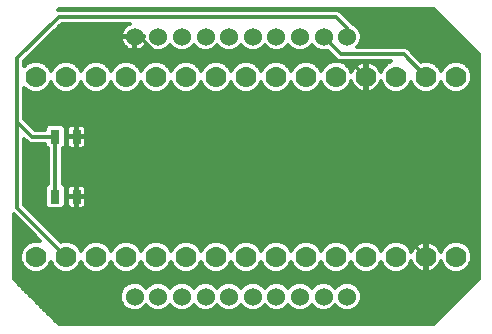
<source format=gtl>
G75*
%MOIN*%
%OFA0B0*%
%FSLAX25Y25*%
%IPPOS*%
%LPD*%
%AMOC8*
5,1,8,0,0,1.08239X$1,22.5*
%
%ADD10C,0.07000*%
%ADD11C,0.06000*%
%ADD12R,0.03150X0.04724*%
%ADD13C,0.01200*%
D10*
X0011500Y0026500D03*
X0021500Y0026500D03*
X0031500Y0026500D03*
X0041500Y0026500D03*
X0051500Y0026500D03*
X0061500Y0026500D03*
X0071500Y0026500D03*
X0081500Y0026500D03*
X0091500Y0026500D03*
X0101500Y0026500D03*
X0111500Y0026500D03*
X0121500Y0026500D03*
X0131500Y0026500D03*
X0141500Y0026500D03*
X0151500Y0026500D03*
X0151500Y0086500D03*
X0141500Y0086500D03*
X0131500Y0086500D03*
X0121500Y0086500D03*
X0111500Y0086500D03*
X0101500Y0086500D03*
X0091500Y0086500D03*
X0081500Y0086500D03*
X0071500Y0086500D03*
X0061500Y0086500D03*
X0051500Y0086500D03*
X0041500Y0086500D03*
X0031500Y0086500D03*
X0021500Y0086500D03*
X0011500Y0086500D03*
D11*
X0044374Y0099807D03*
X0052248Y0099807D03*
X0060122Y0099807D03*
X0067996Y0099807D03*
X0075870Y0099807D03*
X0083744Y0099807D03*
X0091618Y0099807D03*
X0099492Y0099807D03*
X0107366Y0099807D03*
X0115240Y0099807D03*
X0115240Y0013193D03*
X0107366Y0013193D03*
X0099492Y0013193D03*
X0091618Y0013193D03*
X0083744Y0013193D03*
X0075870Y0013193D03*
X0067996Y0013193D03*
X0060122Y0013193D03*
X0052248Y0013193D03*
X0044374Y0013193D03*
D12*
X0025043Y0046500D03*
X0017957Y0046500D03*
X0017957Y0066500D03*
X0025043Y0066500D03*
D13*
X0013110Y0009890D02*
X0040889Y0009890D01*
X0040305Y0010474D02*
X0041655Y0009124D01*
X0043419Y0008393D01*
X0045329Y0008393D01*
X0047093Y0009124D01*
X0048311Y0010342D01*
X0049529Y0009124D01*
X0051293Y0008393D01*
X0053203Y0008393D01*
X0054967Y0009124D01*
X0056185Y0010342D01*
X0057403Y0009124D01*
X0059167Y0008393D01*
X0061077Y0008393D01*
X0062841Y0009124D01*
X0064059Y0010342D01*
X0065277Y0009124D01*
X0067041Y0008393D01*
X0068951Y0008393D01*
X0070715Y0009124D01*
X0071933Y0010342D01*
X0073151Y0009124D01*
X0074915Y0008393D01*
X0076825Y0008393D01*
X0078589Y0009124D01*
X0079807Y0010342D01*
X0081025Y0009124D01*
X0082789Y0008393D01*
X0084699Y0008393D01*
X0086463Y0009124D01*
X0087681Y0010342D01*
X0088899Y0009124D01*
X0090663Y0008393D01*
X0092573Y0008393D01*
X0094337Y0009124D01*
X0095555Y0010342D01*
X0096773Y0009124D01*
X0098537Y0008393D01*
X0100447Y0008393D01*
X0102211Y0009124D01*
X0103429Y0010342D01*
X0104647Y0009124D01*
X0106411Y0008393D01*
X0108321Y0008393D01*
X0110085Y0009124D01*
X0111303Y0010342D01*
X0112521Y0009124D01*
X0114285Y0008393D01*
X0116195Y0008393D01*
X0117959Y0009124D01*
X0119309Y0010474D01*
X0120040Y0012238D01*
X0120040Y0014148D01*
X0119309Y0015912D01*
X0117959Y0017262D01*
X0116195Y0017993D01*
X0114285Y0017993D01*
X0112521Y0017262D01*
X0111303Y0016044D01*
X0110085Y0017262D01*
X0108321Y0017993D01*
X0106411Y0017993D01*
X0104647Y0017262D01*
X0103429Y0016044D01*
X0102211Y0017262D01*
X0100447Y0017993D01*
X0098537Y0017993D01*
X0096773Y0017262D01*
X0095555Y0016044D01*
X0094337Y0017262D01*
X0092573Y0017993D01*
X0090663Y0017993D01*
X0088899Y0017262D01*
X0087681Y0016044D01*
X0086463Y0017262D01*
X0084699Y0017993D01*
X0082789Y0017993D01*
X0081025Y0017262D01*
X0079807Y0016044D01*
X0078589Y0017262D01*
X0076825Y0017993D01*
X0074915Y0017993D01*
X0073151Y0017262D01*
X0071933Y0016044D01*
X0070715Y0017262D01*
X0068951Y0017993D01*
X0067041Y0017993D01*
X0065277Y0017262D01*
X0064059Y0016044D01*
X0062841Y0017262D01*
X0061077Y0017993D01*
X0059167Y0017993D01*
X0057403Y0017262D01*
X0056185Y0016044D01*
X0054967Y0017262D01*
X0053203Y0017993D01*
X0051293Y0017993D01*
X0049529Y0017262D01*
X0048311Y0016044D01*
X0047093Y0017262D01*
X0045329Y0017993D01*
X0043419Y0017993D01*
X0041655Y0017262D01*
X0040305Y0015912D01*
X0039574Y0014148D01*
X0039574Y0012238D01*
X0040305Y0010474D01*
X0040050Y0011088D02*
X0011912Y0011088D01*
X0010713Y0012287D02*
X0039574Y0012287D01*
X0039574Y0013485D02*
X0009515Y0013485D01*
X0008316Y0014684D02*
X0039796Y0014684D01*
X0040292Y0015882D02*
X0007118Y0015882D01*
X0005919Y0017081D02*
X0041474Y0017081D01*
X0040446Y0021200D02*
X0042554Y0021200D01*
X0044502Y0022007D01*
X0045993Y0023498D01*
X0046500Y0024722D01*
X0047007Y0023498D01*
X0048498Y0022007D01*
X0050446Y0021200D01*
X0052554Y0021200D01*
X0054502Y0022007D01*
X0055993Y0023498D01*
X0056500Y0024722D01*
X0057007Y0023498D01*
X0058498Y0022007D01*
X0060446Y0021200D01*
X0062554Y0021200D01*
X0064502Y0022007D01*
X0065993Y0023498D01*
X0066500Y0024722D01*
X0067007Y0023498D01*
X0068498Y0022007D01*
X0070446Y0021200D01*
X0072554Y0021200D01*
X0074502Y0022007D01*
X0075993Y0023498D01*
X0076500Y0024722D01*
X0077007Y0023498D01*
X0078498Y0022007D01*
X0080446Y0021200D01*
X0082554Y0021200D01*
X0084502Y0022007D01*
X0085993Y0023498D01*
X0086500Y0024722D01*
X0087007Y0023498D01*
X0088498Y0022007D01*
X0090446Y0021200D01*
X0092554Y0021200D01*
X0094502Y0022007D01*
X0095993Y0023498D01*
X0096500Y0024722D01*
X0097007Y0023498D01*
X0098498Y0022007D01*
X0100446Y0021200D01*
X0102554Y0021200D01*
X0104502Y0022007D01*
X0105993Y0023498D01*
X0106500Y0024722D01*
X0107007Y0023498D01*
X0108498Y0022007D01*
X0110446Y0021200D01*
X0112554Y0021200D01*
X0114502Y0022007D01*
X0115993Y0023498D01*
X0116500Y0024722D01*
X0117007Y0023498D01*
X0118498Y0022007D01*
X0120446Y0021200D01*
X0122554Y0021200D01*
X0124502Y0022007D01*
X0125993Y0023498D01*
X0126500Y0024722D01*
X0127007Y0023498D01*
X0128498Y0022007D01*
X0130446Y0021200D01*
X0132554Y0021200D01*
X0134502Y0022007D01*
X0135993Y0023498D01*
X0136621Y0025013D01*
X0136774Y0024542D01*
X0137138Y0023827D01*
X0137610Y0023178D01*
X0138178Y0022610D01*
X0138827Y0022138D01*
X0139542Y0021774D01*
X0140306Y0021526D01*
X0141099Y0021400D01*
X0141116Y0021400D01*
X0141116Y0026116D01*
X0141884Y0026116D01*
X0141884Y0021400D01*
X0141901Y0021400D01*
X0142694Y0021526D01*
X0143458Y0021774D01*
X0144173Y0022138D01*
X0144822Y0022610D01*
X0145390Y0023178D01*
X0145862Y0023827D01*
X0146226Y0024542D01*
X0146379Y0025013D01*
X0147007Y0023498D01*
X0148498Y0022007D01*
X0150446Y0021200D01*
X0152554Y0021200D01*
X0154502Y0022007D01*
X0155993Y0023498D01*
X0156800Y0025446D01*
X0156800Y0027554D01*
X0155993Y0029502D01*
X0154502Y0030993D01*
X0152554Y0031800D01*
X0150446Y0031800D01*
X0148498Y0030993D01*
X0147007Y0029502D01*
X0146379Y0027987D01*
X0146226Y0028458D01*
X0145862Y0029173D01*
X0145390Y0029822D01*
X0144822Y0030390D01*
X0144173Y0030862D01*
X0143458Y0031226D01*
X0142694Y0031474D01*
X0141901Y0031600D01*
X0141884Y0031600D01*
X0141884Y0026884D01*
X0141116Y0026884D01*
X0141116Y0031600D01*
X0141099Y0031600D01*
X0140306Y0031474D01*
X0139542Y0031226D01*
X0138827Y0030862D01*
X0138178Y0030390D01*
X0137610Y0029822D01*
X0137138Y0029173D01*
X0136774Y0028458D01*
X0136621Y0027987D01*
X0135993Y0029502D01*
X0134502Y0030993D01*
X0132554Y0031800D01*
X0130446Y0031800D01*
X0128498Y0030993D01*
X0127007Y0029502D01*
X0126500Y0028278D01*
X0125993Y0029502D01*
X0124502Y0030993D01*
X0122554Y0031800D01*
X0120446Y0031800D01*
X0118498Y0030993D01*
X0117007Y0029502D01*
X0116500Y0028278D01*
X0115993Y0029502D01*
X0114502Y0030993D01*
X0112554Y0031800D01*
X0110446Y0031800D01*
X0108498Y0030993D01*
X0107007Y0029502D01*
X0106500Y0028278D01*
X0105993Y0029502D01*
X0104502Y0030993D01*
X0102554Y0031800D01*
X0100446Y0031800D01*
X0098498Y0030993D01*
X0097007Y0029502D01*
X0096500Y0028278D01*
X0095993Y0029502D01*
X0094502Y0030993D01*
X0092554Y0031800D01*
X0090446Y0031800D01*
X0088498Y0030993D01*
X0087007Y0029502D01*
X0086500Y0028278D01*
X0085993Y0029502D01*
X0084502Y0030993D01*
X0082554Y0031800D01*
X0080446Y0031800D01*
X0078498Y0030993D01*
X0077007Y0029502D01*
X0076500Y0028278D01*
X0075993Y0029502D01*
X0074502Y0030993D01*
X0072554Y0031800D01*
X0070446Y0031800D01*
X0068498Y0030993D01*
X0067007Y0029502D01*
X0066500Y0028278D01*
X0065993Y0029502D01*
X0064502Y0030993D01*
X0062554Y0031800D01*
X0060446Y0031800D01*
X0058498Y0030993D01*
X0057007Y0029502D01*
X0056500Y0028278D01*
X0055993Y0029502D01*
X0054502Y0030993D01*
X0052554Y0031800D01*
X0050446Y0031800D01*
X0048498Y0030993D01*
X0047007Y0029502D01*
X0046500Y0028278D01*
X0045993Y0029502D01*
X0044502Y0030993D01*
X0042554Y0031800D01*
X0040446Y0031800D01*
X0038498Y0030993D01*
X0037007Y0029502D01*
X0036500Y0028278D01*
X0035993Y0029502D01*
X0034502Y0030993D01*
X0032554Y0031800D01*
X0030446Y0031800D01*
X0028498Y0030993D01*
X0027007Y0029502D01*
X0026500Y0028278D01*
X0025993Y0029502D01*
X0024502Y0030993D01*
X0022554Y0031800D01*
X0020446Y0031800D01*
X0019844Y0031551D01*
X0007650Y0043744D01*
X0007650Y0065706D01*
X0008891Y0064465D01*
X0009773Y0064100D01*
X0014582Y0064100D01*
X0014582Y0063392D01*
X0015557Y0062417D01*
X0015557Y0050583D01*
X0014582Y0049608D01*
X0014582Y0043392D01*
X0015636Y0042338D01*
X0020277Y0042338D01*
X0021331Y0043392D01*
X0021331Y0049608D01*
X0020357Y0050583D01*
X0020357Y0062417D01*
X0021331Y0063392D01*
X0021331Y0069608D01*
X0020277Y0070662D01*
X0015636Y0070662D01*
X0014582Y0069608D01*
X0014582Y0068900D01*
X0011244Y0068900D01*
X0007650Y0072494D01*
X0007650Y0082855D01*
X0008498Y0082007D01*
X0010446Y0081200D01*
X0012554Y0081200D01*
X0014502Y0082007D01*
X0015993Y0083498D01*
X0016500Y0084722D01*
X0017007Y0083498D01*
X0018498Y0082007D01*
X0020446Y0081200D01*
X0022554Y0081200D01*
X0024502Y0082007D01*
X0025993Y0083498D01*
X0026500Y0084722D01*
X0027007Y0083498D01*
X0028498Y0082007D01*
X0030446Y0081200D01*
X0032554Y0081200D01*
X0034502Y0082007D01*
X0035993Y0083498D01*
X0036500Y0084722D01*
X0037007Y0083498D01*
X0038498Y0082007D01*
X0040446Y0081200D01*
X0042554Y0081200D01*
X0044502Y0082007D01*
X0045993Y0083498D01*
X0046500Y0084722D01*
X0047007Y0083498D01*
X0048498Y0082007D01*
X0050446Y0081200D01*
X0052554Y0081200D01*
X0054502Y0082007D01*
X0055993Y0083498D01*
X0056500Y0084722D01*
X0057007Y0083498D01*
X0058498Y0082007D01*
X0060446Y0081200D01*
X0062554Y0081200D01*
X0064502Y0082007D01*
X0065993Y0083498D01*
X0066500Y0084722D01*
X0067007Y0083498D01*
X0068498Y0082007D01*
X0070446Y0081200D01*
X0072554Y0081200D01*
X0074502Y0082007D01*
X0075993Y0083498D01*
X0076500Y0084722D01*
X0077007Y0083498D01*
X0078498Y0082007D01*
X0080446Y0081200D01*
X0082554Y0081200D01*
X0084502Y0082007D01*
X0085993Y0083498D01*
X0086500Y0084722D01*
X0087007Y0083498D01*
X0088498Y0082007D01*
X0090446Y0081200D01*
X0092554Y0081200D01*
X0094502Y0082007D01*
X0095993Y0083498D01*
X0096500Y0084722D01*
X0097007Y0083498D01*
X0098498Y0082007D01*
X0100446Y0081200D01*
X0102554Y0081200D01*
X0104502Y0082007D01*
X0105993Y0083498D01*
X0106500Y0084722D01*
X0107007Y0083498D01*
X0108498Y0082007D01*
X0110446Y0081200D01*
X0112554Y0081200D01*
X0114502Y0082007D01*
X0115993Y0083498D01*
X0116621Y0085013D01*
X0116774Y0084542D01*
X0117138Y0083827D01*
X0117610Y0083178D01*
X0118178Y0082610D01*
X0118827Y0082138D01*
X0119542Y0081774D01*
X0120306Y0081526D01*
X0121099Y0081400D01*
X0121116Y0081400D01*
X0121116Y0086116D01*
X0121884Y0086116D01*
X0121884Y0081400D01*
X0121901Y0081400D01*
X0122694Y0081526D01*
X0123458Y0081774D01*
X0124173Y0082138D01*
X0124822Y0082610D01*
X0125390Y0083178D01*
X0125862Y0083827D01*
X0126226Y0084542D01*
X0126379Y0085013D01*
X0127007Y0083498D01*
X0128498Y0082007D01*
X0130446Y0081200D01*
X0132554Y0081200D01*
X0134502Y0082007D01*
X0135993Y0083498D01*
X0136500Y0084722D01*
X0137007Y0083498D01*
X0138498Y0082007D01*
X0140446Y0081200D01*
X0142554Y0081200D01*
X0144502Y0082007D01*
X0145993Y0083498D01*
X0146500Y0084722D01*
X0147007Y0083498D01*
X0148498Y0082007D01*
X0150446Y0081200D01*
X0152554Y0081200D01*
X0154502Y0082007D01*
X0155993Y0083498D01*
X0156800Y0085446D01*
X0156800Y0087554D01*
X0155993Y0089502D01*
X0154502Y0090993D01*
X0152554Y0091800D01*
X0150446Y0091800D01*
X0148498Y0090993D01*
X0147007Y0089502D01*
X0146500Y0088278D01*
X0145993Y0089502D01*
X0144502Y0090993D01*
X0142554Y0091800D01*
X0140446Y0091800D01*
X0139844Y0091551D01*
X0136035Y0095359D01*
X0135359Y0096035D01*
X0134477Y0096400D01*
X0118621Y0096400D01*
X0119309Y0097088D01*
X0120040Y0098852D01*
X0120040Y0100762D01*
X0119309Y0102526D01*
X0117959Y0103876D01*
X0117206Y0104188D01*
X0113535Y0107859D01*
X0112859Y0108535D01*
X0111977Y0108900D01*
X0018900Y0108900D01*
X0019000Y0109000D01*
X0144000Y0109000D01*
X0159000Y0094000D01*
X0159000Y0019000D01*
X0144000Y0004000D01*
X0019000Y0004000D01*
X0004000Y0019000D01*
X0004000Y0040606D01*
X0012984Y0031622D01*
X0012554Y0031800D01*
X0010446Y0031800D01*
X0008498Y0030993D01*
X0007007Y0029502D01*
X0006200Y0027554D01*
X0006200Y0025446D01*
X0007007Y0023498D01*
X0008498Y0022007D01*
X0010446Y0021200D01*
X0012554Y0021200D01*
X0014502Y0022007D01*
X0015993Y0023498D01*
X0016500Y0024722D01*
X0017007Y0023498D01*
X0018498Y0022007D01*
X0020446Y0021200D01*
X0022554Y0021200D01*
X0024502Y0022007D01*
X0025993Y0023498D01*
X0026500Y0024722D01*
X0027007Y0023498D01*
X0028498Y0022007D01*
X0030446Y0021200D01*
X0032554Y0021200D01*
X0034502Y0022007D01*
X0035993Y0023498D01*
X0036500Y0024722D01*
X0037007Y0023498D01*
X0038498Y0022007D01*
X0040446Y0021200D01*
X0038817Y0021875D02*
X0034183Y0021875D01*
X0035569Y0023073D02*
X0037431Y0023073D01*
X0036686Y0024272D02*
X0036314Y0024272D01*
X0036174Y0029066D02*
X0036826Y0029066D01*
X0037769Y0030264D02*
X0035231Y0030264D01*
X0033368Y0031463D02*
X0039632Y0031463D01*
X0043368Y0031463D02*
X0049632Y0031463D01*
X0047769Y0030264D02*
X0045231Y0030264D01*
X0046174Y0029066D02*
X0046826Y0029066D01*
X0046686Y0024272D02*
X0046314Y0024272D01*
X0045569Y0023073D02*
X0047431Y0023073D01*
X0048817Y0021875D02*
X0044183Y0021875D01*
X0047274Y0017081D02*
X0049348Y0017081D01*
X0055148Y0017081D02*
X0057222Y0017081D01*
X0063023Y0017081D02*
X0065096Y0017081D01*
X0064183Y0021875D02*
X0068817Y0021875D01*
X0067431Y0023073D02*
X0065569Y0023073D01*
X0066314Y0024272D02*
X0066686Y0024272D01*
X0066826Y0029066D02*
X0066174Y0029066D01*
X0065231Y0030264D02*
X0067769Y0030264D01*
X0069632Y0031463D02*
X0063368Y0031463D01*
X0059632Y0031463D02*
X0053368Y0031463D01*
X0055231Y0030264D02*
X0057769Y0030264D01*
X0056826Y0029066D02*
X0056174Y0029066D01*
X0056314Y0024272D02*
X0056686Y0024272D01*
X0057431Y0023073D02*
X0055569Y0023073D01*
X0054183Y0021875D02*
X0058817Y0021875D01*
X0070897Y0017081D02*
X0072970Y0017081D01*
X0074183Y0021875D02*
X0078817Y0021875D01*
X0077431Y0023073D02*
X0075569Y0023073D01*
X0076314Y0024272D02*
X0076686Y0024272D01*
X0076826Y0029066D02*
X0076174Y0029066D01*
X0075231Y0030264D02*
X0077769Y0030264D01*
X0079632Y0031463D02*
X0073368Y0031463D01*
X0083368Y0031463D02*
X0089632Y0031463D01*
X0087769Y0030264D02*
X0085231Y0030264D01*
X0086174Y0029066D02*
X0086826Y0029066D01*
X0086686Y0024272D02*
X0086314Y0024272D01*
X0085569Y0023073D02*
X0087431Y0023073D01*
X0088817Y0021875D02*
X0084183Y0021875D01*
X0086645Y0017081D02*
X0088718Y0017081D01*
X0094519Y0017081D02*
X0096592Y0017081D01*
X0102393Y0017081D02*
X0104466Y0017081D01*
X0110267Y0017081D02*
X0112340Y0017081D01*
X0114183Y0021875D02*
X0118817Y0021875D01*
X0117431Y0023073D02*
X0115569Y0023073D01*
X0116314Y0024272D02*
X0116686Y0024272D01*
X0116826Y0029066D02*
X0116174Y0029066D01*
X0115231Y0030264D02*
X0117769Y0030264D01*
X0119632Y0031463D02*
X0113368Y0031463D01*
X0109632Y0031463D02*
X0103368Y0031463D01*
X0105231Y0030264D02*
X0107769Y0030264D01*
X0106826Y0029066D02*
X0106174Y0029066D01*
X0106314Y0024272D02*
X0106686Y0024272D01*
X0107431Y0023073D02*
X0105569Y0023073D01*
X0104183Y0021875D02*
X0108817Y0021875D01*
X0098817Y0021875D02*
X0094183Y0021875D01*
X0095569Y0023073D02*
X0097431Y0023073D01*
X0096686Y0024272D02*
X0096314Y0024272D01*
X0096174Y0029066D02*
X0096826Y0029066D01*
X0097769Y0030264D02*
X0095231Y0030264D01*
X0093368Y0031463D02*
X0099632Y0031463D01*
X0118141Y0017081D02*
X0157081Y0017081D01*
X0158279Y0018279D02*
X0004721Y0018279D01*
X0004000Y0019478D02*
X0159000Y0019478D01*
X0159000Y0020676D02*
X0004000Y0020676D01*
X0004000Y0021875D02*
X0008817Y0021875D01*
X0007431Y0023073D02*
X0004000Y0023073D01*
X0004000Y0024272D02*
X0006686Y0024272D01*
X0006200Y0025470D02*
X0004000Y0025470D01*
X0004000Y0026669D02*
X0006200Y0026669D01*
X0006330Y0027867D02*
X0004000Y0027867D01*
X0004000Y0029066D02*
X0006826Y0029066D01*
X0007769Y0030264D02*
X0004000Y0030264D01*
X0004000Y0031463D02*
X0009632Y0031463D01*
X0011945Y0032661D02*
X0004000Y0032661D01*
X0004000Y0033860D02*
X0010746Y0033860D01*
X0009548Y0035058D02*
X0004000Y0035058D01*
X0004000Y0036257D02*
X0008349Y0036257D01*
X0007151Y0037455D02*
X0004000Y0037455D01*
X0004000Y0038654D02*
X0005952Y0038654D01*
X0004754Y0039852D02*
X0004000Y0039852D01*
X0005250Y0042750D02*
X0021500Y0026500D01*
X0025231Y0030264D02*
X0027769Y0030264D01*
X0026826Y0029066D02*
X0026174Y0029066D01*
X0023368Y0031463D02*
X0029632Y0031463D01*
X0026686Y0024272D02*
X0026314Y0024272D01*
X0025569Y0023073D02*
X0027431Y0023073D01*
X0028817Y0021875D02*
X0024183Y0021875D01*
X0018817Y0021875D02*
X0014183Y0021875D01*
X0015569Y0023073D02*
X0017431Y0023073D01*
X0016686Y0024272D02*
X0016314Y0024272D01*
X0018733Y0032661D02*
X0159000Y0032661D01*
X0159000Y0031463D02*
X0153368Y0031463D01*
X0155231Y0030264D02*
X0159000Y0030264D01*
X0159000Y0029066D02*
X0156174Y0029066D01*
X0156670Y0027867D02*
X0159000Y0027867D01*
X0159000Y0026669D02*
X0156800Y0026669D01*
X0156800Y0025470D02*
X0159000Y0025470D01*
X0159000Y0024272D02*
X0156314Y0024272D01*
X0155569Y0023073D02*
X0159000Y0023073D01*
X0159000Y0021875D02*
X0154183Y0021875D01*
X0148817Y0021875D02*
X0143656Y0021875D01*
X0141884Y0021875D02*
X0141116Y0021875D01*
X0141116Y0023073D02*
X0141884Y0023073D01*
X0141884Y0024272D02*
X0141116Y0024272D01*
X0141116Y0025470D02*
X0141884Y0025470D01*
X0141500Y0026500D02*
X0121500Y0046500D01*
X0121500Y0071500D01*
X0116500Y0066500D01*
X0025043Y0066500D01*
X0025043Y0046500D01*
X0024856Y0046687D02*
X0024856Y0046313D01*
X0021869Y0046313D01*
X0021869Y0043927D01*
X0021978Y0043520D01*
X0022188Y0043155D01*
X0022486Y0042857D01*
X0022851Y0042647D01*
X0023258Y0042538D01*
X0024856Y0042538D01*
X0024856Y0046313D01*
X0025231Y0046313D01*
X0025231Y0046687D01*
X0028218Y0046687D01*
X0028218Y0049073D01*
X0028109Y0049480D01*
X0027898Y0049845D01*
X0027601Y0050143D01*
X0027236Y0050353D01*
X0026829Y0050462D01*
X0025231Y0050462D01*
X0025231Y0046687D01*
X0024856Y0046687D01*
X0021868Y0046687D01*
X0021869Y0049073D01*
X0021978Y0049480D01*
X0022188Y0049845D01*
X0022486Y0050143D01*
X0022851Y0050353D01*
X0023258Y0050462D01*
X0024856Y0050462D01*
X0024856Y0046687D01*
X0024856Y0047043D02*
X0025231Y0047043D01*
X0025231Y0046313D02*
X0028218Y0046313D01*
X0028218Y0043927D01*
X0028109Y0043520D01*
X0027898Y0043155D01*
X0027601Y0042857D01*
X0027236Y0042647D01*
X0026829Y0042538D01*
X0025231Y0042538D01*
X0025231Y0046313D01*
X0025231Y0045845D02*
X0024856Y0045845D01*
X0024856Y0044646D02*
X0025231Y0044646D01*
X0025231Y0043448D02*
X0024856Y0043448D01*
X0022019Y0043448D02*
X0021331Y0043448D01*
X0021331Y0044646D02*
X0021869Y0044646D01*
X0021869Y0045845D02*
X0021331Y0045845D01*
X0021331Y0047043D02*
X0021869Y0047043D01*
X0021869Y0048242D02*
X0021331Y0048242D01*
X0021331Y0049440D02*
X0021967Y0049440D01*
X0020357Y0050639D02*
X0159000Y0050639D01*
X0159000Y0051837D02*
X0020357Y0051837D01*
X0020357Y0053036D02*
X0159000Y0053036D01*
X0159000Y0054234D02*
X0020357Y0054234D01*
X0020357Y0055433D02*
X0159000Y0055433D01*
X0159000Y0056632D02*
X0020357Y0056632D01*
X0020357Y0057830D02*
X0159000Y0057830D01*
X0159000Y0059029D02*
X0020357Y0059029D01*
X0020357Y0060227D02*
X0159000Y0060227D01*
X0159000Y0061426D02*
X0020357Y0061426D01*
X0020563Y0062624D02*
X0022936Y0062624D01*
X0022851Y0062647D02*
X0023258Y0062538D01*
X0024856Y0062538D01*
X0024856Y0066313D01*
X0021869Y0066313D01*
X0021869Y0063927D01*
X0021978Y0063520D01*
X0022188Y0063155D01*
X0022486Y0062857D01*
X0022851Y0062647D01*
X0021897Y0063823D02*
X0021331Y0063823D01*
X0021331Y0065021D02*
X0021869Y0065021D01*
X0021869Y0066220D02*
X0021331Y0066220D01*
X0021868Y0066687D02*
X0024856Y0066687D01*
X0024856Y0066313D01*
X0025231Y0066313D01*
X0025231Y0066687D01*
X0028218Y0066687D01*
X0028218Y0069073D01*
X0028109Y0069480D01*
X0027898Y0069845D01*
X0027601Y0070143D01*
X0027236Y0070353D01*
X0026829Y0070462D01*
X0025231Y0070462D01*
X0025231Y0066687D01*
X0024856Y0066687D01*
X0024856Y0070462D01*
X0023258Y0070462D01*
X0022851Y0070353D01*
X0022486Y0070143D01*
X0022188Y0069845D01*
X0021978Y0069480D01*
X0021869Y0069073D01*
X0021868Y0066687D01*
X0021869Y0067418D02*
X0021331Y0067418D01*
X0021331Y0068617D02*
X0021869Y0068617D01*
X0022171Y0069815D02*
X0021124Y0069815D01*
X0024856Y0069815D02*
X0025231Y0069815D01*
X0025231Y0068617D02*
X0024856Y0068617D01*
X0024856Y0067418D02*
X0025231Y0067418D01*
X0025231Y0066313D02*
X0028218Y0066313D01*
X0028218Y0063927D01*
X0028109Y0063520D01*
X0027898Y0063155D01*
X0027601Y0062857D01*
X0027236Y0062647D01*
X0026829Y0062538D01*
X0025231Y0062538D01*
X0025231Y0066313D01*
X0025231Y0066220D02*
X0024856Y0066220D01*
X0024856Y0065021D02*
X0025231Y0065021D01*
X0025231Y0063823D02*
X0024856Y0063823D01*
X0024856Y0062624D02*
X0025231Y0062624D01*
X0027151Y0062624D02*
X0159000Y0062624D01*
X0159000Y0063823D02*
X0028190Y0063823D01*
X0028218Y0065021D02*
X0159000Y0065021D01*
X0159000Y0066220D02*
X0028218Y0066220D01*
X0028218Y0067418D02*
X0159000Y0067418D01*
X0159000Y0068617D02*
X0028218Y0068617D01*
X0027915Y0069815D02*
X0159000Y0069815D01*
X0159000Y0071014D02*
X0009130Y0071014D01*
X0007932Y0072212D02*
X0159000Y0072212D01*
X0159000Y0073411D02*
X0007650Y0073411D01*
X0005250Y0071500D02*
X0010250Y0066500D01*
X0017957Y0066500D01*
X0017957Y0046500D01*
X0014582Y0047043D02*
X0007650Y0047043D01*
X0007650Y0045845D02*
X0014582Y0045845D01*
X0014582Y0044646D02*
X0007650Y0044646D01*
X0007946Y0043448D02*
X0014582Y0043448D01*
X0010343Y0041051D02*
X0159000Y0041051D01*
X0159000Y0042249D02*
X0009145Y0042249D01*
X0011542Y0039852D02*
X0159000Y0039852D01*
X0159000Y0038654D02*
X0012740Y0038654D01*
X0013939Y0037455D02*
X0159000Y0037455D01*
X0159000Y0036257D02*
X0015137Y0036257D01*
X0016336Y0035058D02*
X0159000Y0035058D01*
X0159000Y0033860D02*
X0017534Y0033860D01*
X0005250Y0042750D02*
X0005250Y0071500D01*
X0005250Y0092750D01*
X0019000Y0106500D01*
X0111500Y0106500D01*
X0115240Y0102760D01*
X0115240Y0099807D01*
X0120040Y0099778D02*
X0153222Y0099778D01*
X0152024Y0100976D02*
X0119951Y0100976D01*
X0119455Y0102175D02*
X0150825Y0102175D01*
X0149627Y0103373D02*
X0118462Y0103373D01*
X0116822Y0104572D02*
X0148428Y0104572D01*
X0147230Y0105770D02*
X0115624Y0105770D01*
X0114425Y0106969D02*
X0146031Y0106969D01*
X0144832Y0108168D02*
X0113227Y0108168D01*
X0107366Y0099807D02*
X0113173Y0094000D01*
X0134000Y0094000D01*
X0141500Y0086500D01*
X0145305Y0090190D02*
X0147695Y0090190D01*
X0146795Y0088991D02*
X0146205Y0088991D01*
X0143548Y0091388D02*
X0149452Y0091388D01*
X0153548Y0091388D02*
X0159000Y0091388D01*
X0159000Y0090190D02*
X0155305Y0090190D01*
X0156205Y0088991D02*
X0159000Y0088991D01*
X0159000Y0087793D02*
X0156701Y0087793D01*
X0156800Y0086594D02*
X0159000Y0086594D01*
X0159000Y0085396D02*
X0156779Y0085396D01*
X0156283Y0084197D02*
X0159000Y0084197D01*
X0159000Y0082999D02*
X0155494Y0082999D01*
X0154003Y0081800D02*
X0159000Y0081800D01*
X0159000Y0080602D02*
X0007650Y0080602D01*
X0007650Y0081800D02*
X0008997Y0081800D01*
X0007650Y0079403D02*
X0159000Y0079403D01*
X0159000Y0078205D02*
X0007650Y0078205D01*
X0007650Y0077006D02*
X0159000Y0077006D01*
X0159000Y0075808D02*
X0007650Y0075808D01*
X0007650Y0074609D02*
X0159000Y0074609D01*
X0148997Y0081800D02*
X0144003Y0081800D01*
X0145494Y0082999D02*
X0147506Y0082999D01*
X0146717Y0084197D02*
X0146283Y0084197D01*
X0138997Y0081800D02*
X0134003Y0081800D01*
X0135494Y0082999D02*
X0137506Y0082999D01*
X0136717Y0084197D02*
X0136283Y0084197D01*
X0128997Y0081800D02*
X0123510Y0081800D01*
X0121884Y0081800D02*
X0121116Y0081800D01*
X0121116Y0082999D02*
X0121884Y0082999D01*
X0121884Y0084197D02*
X0121116Y0084197D01*
X0121116Y0085396D02*
X0121884Y0085396D01*
X0121500Y0086500D02*
X0121500Y0071500D01*
X0119490Y0081800D02*
X0114003Y0081800D01*
X0115494Y0082999D02*
X0117789Y0082999D01*
X0116949Y0084197D02*
X0116283Y0084197D01*
X0116621Y0087987D02*
X0115993Y0089502D01*
X0114502Y0090993D01*
X0113037Y0091600D01*
X0129963Y0091600D01*
X0128498Y0090993D01*
X0127007Y0089502D01*
X0126379Y0087987D01*
X0126226Y0088458D01*
X0125862Y0089173D01*
X0125390Y0089822D01*
X0124822Y0090390D01*
X0124173Y0090862D01*
X0123458Y0091226D01*
X0122694Y0091474D01*
X0121901Y0091600D01*
X0121884Y0091600D01*
X0121884Y0086884D01*
X0121116Y0086884D01*
X0121116Y0091600D01*
X0121099Y0091600D01*
X0120306Y0091474D01*
X0119542Y0091226D01*
X0118827Y0090862D01*
X0118178Y0090390D01*
X0117610Y0089822D01*
X0117138Y0089173D01*
X0116774Y0088458D01*
X0116621Y0087987D01*
X0116205Y0088991D02*
X0117046Y0088991D01*
X0117977Y0090190D02*
X0115305Y0090190D01*
X0113548Y0091388D02*
X0120041Y0091388D01*
X0121116Y0091388D02*
X0121884Y0091388D01*
X0122959Y0091388D02*
X0129452Y0091388D01*
X0127695Y0090190D02*
X0125023Y0090190D01*
X0125954Y0088991D02*
X0126795Y0088991D01*
X0121884Y0088991D02*
X0121116Y0088991D01*
X0121116Y0087793D02*
X0121884Y0087793D01*
X0121500Y0086500D02*
X0116200Y0091800D01*
X0054033Y0091800D01*
X0046025Y0099807D01*
X0044374Y0099807D01*
X0044187Y0099778D02*
X0015672Y0099778D01*
X0016871Y0100976D02*
X0039917Y0100976D01*
X0039887Y0100884D02*
X0039774Y0100169D01*
X0039774Y0099994D01*
X0044187Y0099994D01*
X0044187Y0099620D01*
X0044561Y0099620D01*
X0044561Y0095207D01*
X0044736Y0095207D01*
X0045451Y0095320D01*
X0046140Y0095544D01*
X0046785Y0095873D01*
X0047371Y0096298D01*
X0047883Y0096810D01*
X0048145Y0097171D01*
X0048179Y0097088D01*
X0049529Y0095738D01*
X0051293Y0095007D01*
X0053203Y0095007D01*
X0054967Y0095738D01*
X0056185Y0096956D01*
X0057403Y0095738D01*
X0059167Y0095007D01*
X0061077Y0095007D01*
X0062841Y0095738D01*
X0064059Y0096956D01*
X0065277Y0095738D01*
X0067041Y0095007D01*
X0068951Y0095007D01*
X0070715Y0095738D01*
X0071933Y0096956D01*
X0073151Y0095738D01*
X0074915Y0095007D01*
X0076825Y0095007D01*
X0078589Y0095738D01*
X0079807Y0096956D01*
X0081025Y0095738D01*
X0082789Y0095007D01*
X0084699Y0095007D01*
X0086463Y0095738D01*
X0087681Y0096956D01*
X0088899Y0095738D01*
X0090663Y0095007D01*
X0092573Y0095007D01*
X0094337Y0095738D01*
X0095555Y0096956D01*
X0096773Y0095738D01*
X0098537Y0095007D01*
X0100447Y0095007D01*
X0102211Y0095738D01*
X0103429Y0096956D01*
X0104647Y0095738D01*
X0106411Y0095007D01*
X0108321Y0095007D01*
X0108640Y0095139D01*
X0111814Y0091965D01*
X0112213Y0091800D01*
X0110446Y0091800D01*
X0108498Y0090993D01*
X0107007Y0089502D01*
X0106500Y0088278D01*
X0105993Y0089502D01*
X0104502Y0090993D01*
X0102554Y0091800D01*
X0100446Y0091800D01*
X0098498Y0090993D01*
X0097007Y0089502D01*
X0096500Y0088278D01*
X0095993Y0089502D01*
X0094502Y0090993D01*
X0092554Y0091800D01*
X0090446Y0091800D01*
X0088498Y0090993D01*
X0087007Y0089502D01*
X0086500Y0088278D01*
X0085993Y0089502D01*
X0084502Y0090993D01*
X0082554Y0091800D01*
X0080446Y0091800D01*
X0078498Y0090993D01*
X0077007Y0089502D01*
X0076500Y0088278D01*
X0075993Y0089502D01*
X0074502Y0090993D01*
X0072554Y0091800D01*
X0070446Y0091800D01*
X0068498Y0090993D01*
X0067007Y0089502D01*
X0066500Y0088278D01*
X0065993Y0089502D01*
X0064502Y0090993D01*
X0062554Y0091800D01*
X0060446Y0091800D01*
X0058498Y0090993D01*
X0057007Y0089502D01*
X0056500Y0088278D01*
X0055993Y0089502D01*
X0054502Y0090993D01*
X0052554Y0091800D01*
X0050446Y0091800D01*
X0048498Y0090993D01*
X0047007Y0089502D01*
X0046500Y0088278D01*
X0045993Y0089502D01*
X0044502Y0090993D01*
X0042554Y0091800D01*
X0040446Y0091800D01*
X0038498Y0090993D01*
X0037007Y0089502D01*
X0036500Y0088278D01*
X0035993Y0089502D01*
X0034502Y0090993D01*
X0032554Y0091800D01*
X0030446Y0091800D01*
X0028498Y0090993D01*
X0027007Y0089502D01*
X0026500Y0088278D01*
X0025993Y0089502D01*
X0024502Y0090993D01*
X0022554Y0091800D01*
X0020446Y0091800D01*
X0018498Y0090993D01*
X0017007Y0089502D01*
X0016500Y0088278D01*
X0015993Y0089502D01*
X0014502Y0090993D01*
X0012554Y0091800D01*
X0010446Y0091800D01*
X0008498Y0090993D01*
X0007650Y0090145D01*
X0007650Y0091756D01*
X0019994Y0104100D01*
X0042700Y0104100D01*
X0042608Y0104070D01*
X0041963Y0103741D01*
X0041377Y0103316D01*
X0040865Y0102804D01*
X0040440Y0102218D01*
X0040111Y0101573D01*
X0039887Y0100884D01*
X0039774Y0099620D02*
X0039774Y0099445D01*
X0039887Y0098730D01*
X0040111Y0098041D01*
X0040440Y0097396D01*
X0040865Y0096810D01*
X0041377Y0096298D01*
X0041963Y0095873D01*
X0042608Y0095544D01*
X0043297Y0095320D01*
X0044012Y0095207D01*
X0044187Y0095207D01*
X0044187Y0099620D01*
X0039774Y0099620D01*
X0039936Y0098579D02*
X0014474Y0098579D01*
X0013275Y0097381D02*
X0040451Y0097381D01*
X0041537Y0096182D02*
X0012077Y0096182D01*
X0010878Y0094984D02*
X0108795Y0094984D01*
X0109994Y0093785D02*
X0009679Y0093785D01*
X0008481Y0092587D02*
X0111192Y0092587D01*
X0109452Y0091388D02*
X0103548Y0091388D01*
X0105305Y0090190D02*
X0107695Y0090190D01*
X0106795Y0088991D02*
X0106205Y0088991D01*
X0106283Y0084197D02*
X0106717Y0084197D01*
X0107506Y0082999D02*
X0105494Y0082999D01*
X0104003Y0081800D02*
X0108997Y0081800D01*
X0098997Y0081800D02*
X0094003Y0081800D01*
X0095494Y0082999D02*
X0097506Y0082999D01*
X0096717Y0084197D02*
X0096283Y0084197D01*
X0096205Y0088991D02*
X0096795Y0088991D01*
X0097695Y0090190D02*
X0095305Y0090190D01*
X0093548Y0091388D02*
X0099452Y0091388D01*
X0096329Y0096182D02*
X0094782Y0096182D01*
X0088455Y0096182D02*
X0086908Y0096182D01*
X0080581Y0096182D02*
X0079034Y0096182D01*
X0072707Y0096182D02*
X0071160Y0096182D01*
X0064833Y0096182D02*
X0063286Y0096182D01*
X0056959Y0096182D02*
X0055412Y0096182D01*
X0049084Y0096182D02*
X0047211Y0096182D01*
X0044561Y0096182D02*
X0044187Y0096182D01*
X0044187Y0097381D02*
X0044561Y0097381D01*
X0044561Y0098579D02*
X0044187Y0098579D01*
X0044561Y0099620D02*
X0044561Y0099994D01*
X0047448Y0099994D01*
X0047448Y0099620D01*
X0044561Y0099620D01*
X0044561Y0099778D02*
X0047448Y0099778D01*
X0041457Y0103373D02*
X0019268Y0103373D01*
X0018069Y0102175D02*
X0040418Y0102175D01*
X0039452Y0091388D02*
X0033548Y0091388D01*
X0035305Y0090190D02*
X0037695Y0090190D01*
X0036795Y0088991D02*
X0036205Y0088991D01*
X0036283Y0084197D02*
X0036717Y0084197D01*
X0037506Y0082999D02*
X0035494Y0082999D01*
X0034003Y0081800D02*
X0038997Y0081800D01*
X0044003Y0081800D02*
X0048997Y0081800D01*
X0047506Y0082999D02*
X0045494Y0082999D01*
X0046283Y0084197D02*
X0046717Y0084197D01*
X0046795Y0088991D02*
X0046205Y0088991D01*
X0045305Y0090190D02*
X0047695Y0090190D01*
X0049452Y0091388D02*
X0043548Y0091388D01*
X0053548Y0091388D02*
X0059452Y0091388D01*
X0057695Y0090190D02*
X0055305Y0090190D01*
X0056205Y0088991D02*
X0056795Y0088991D01*
X0056717Y0084197D02*
X0056283Y0084197D01*
X0055494Y0082999D02*
X0057506Y0082999D01*
X0058997Y0081800D02*
X0054003Y0081800D01*
X0064003Y0081800D02*
X0068997Y0081800D01*
X0067506Y0082999D02*
X0065494Y0082999D01*
X0066283Y0084197D02*
X0066717Y0084197D01*
X0066795Y0088991D02*
X0066205Y0088991D01*
X0065305Y0090190D02*
X0067695Y0090190D01*
X0069452Y0091388D02*
X0063548Y0091388D01*
X0073548Y0091388D02*
X0079452Y0091388D01*
X0077695Y0090190D02*
X0075305Y0090190D01*
X0076205Y0088991D02*
X0076795Y0088991D01*
X0076717Y0084197D02*
X0076283Y0084197D01*
X0075494Y0082999D02*
X0077506Y0082999D01*
X0078997Y0081800D02*
X0074003Y0081800D01*
X0084003Y0081800D02*
X0088997Y0081800D01*
X0087506Y0082999D02*
X0085494Y0082999D01*
X0086283Y0084197D02*
X0086717Y0084197D01*
X0086795Y0088991D02*
X0086205Y0088991D01*
X0085305Y0090190D02*
X0087695Y0090190D01*
X0089452Y0091388D02*
X0083548Y0091388D01*
X0102656Y0096182D02*
X0104203Y0096182D01*
X0119431Y0097381D02*
X0155619Y0097381D01*
X0154421Y0098579D02*
X0119927Y0098579D01*
X0121116Y0090190D02*
X0121884Y0090190D01*
X0126051Y0084197D02*
X0126717Y0084197D01*
X0127506Y0082999D02*
X0125211Y0082999D01*
X0137609Y0093785D02*
X0159000Y0093785D01*
X0159000Y0092587D02*
X0138807Y0092587D01*
X0136410Y0094984D02*
X0158016Y0094984D01*
X0156818Y0096182D02*
X0135003Y0096182D01*
X0159000Y0049440D02*
X0028120Y0049440D01*
X0028218Y0048242D02*
X0159000Y0048242D01*
X0159000Y0047043D02*
X0028218Y0047043D01*
X0028218Y0045845D02*
X0159000Y0045845D01*
X0159000Y0044646D02*
X0028218Y0044646D01*
X0028067Y0043448D02*
X0159000Y0043448D01*
X0149632Y0031463D02*
X0142730Y0031463D01*
X0141884Y0031463D02*
X0141116Y0031463D01*
X0140270Y0031463D02*
X0133368Y0031463D01*
X0135231Y0030264D02*
X0138052Y0030264D01*
X0137083Y0029066D02*
X0136174Y0029066D01*
X0141116Y0029066D02*
X0141884Y0029066D01*
X0141884Y0030264D02*
X0141116Y0030264D01*
X0141116Y0027867D02*
X0141884Y0027867D01*
X0144948Y0030264D02*
X0147769Y0030264D01*
X0146826Y0029066D02*
X0145917Y0029066D01*
X0146088Y0024272D02*
X0146686Y0024272D01*
X0147431Y0023073D02*
X0145286Y0023073D01*
X0139344Y0021875D02*
X0134183Y0021875D01*
X0135569Y0023073D02*
X0137714Y0023073D01*
X0136911Y0024272D02*
X0136314Y0024272D01*
X0128817Y0021875D02*
X0124183Y0021875D01*
X0125569Y0023073D02*
X0127431Y0023073D01*
X0126686Y0024272D02*
X0126314Y0024272D01*
X0126174Y0029066D02*
X0126826Y0029066D01*
X0127769Y0030264D02*
X0125231Y0030264D01*
X0123368Y0031463D02*
X0129632Y0031463D01*
X0119322Y0015882D02*
X0155882Y0015882D01*
X0154684Y0014684D02*
X0119818Y0014684D01*
X0120040Y0013485D02*
X0153485Y0013485D01*
X0152287Y0012287D02*
X0120040Y0012287D01*
X0119564Y0011088D02*
X0151088Y0011088D01*
X0149890Y0009890D02*
X0118725Y0009890D01*
X0116915Y0008691D02*
X0148691Y0008691D01*
X0147493Y0007493D02*
X0015507Y0007493D01*
X0014309Y0008691D02*
X0042699Y0008691D01*
X0046049Y0008691D02*
X0050573Y0008691D01*
X0048763Y0009890D02*
X0047859Y0009890D01*
X0053923Y0008691D02*
X0058447Y0008691D01*
X0056637Y0009890D02*
X0055733Y0009890D01*
X0061797Y0008691D02*
X0066321Y0008691D01*
X0064511Y0009890D02*
X0063607Y0009890D01*
X0069671Y0008691D02*
X0074195Y0008691D01*
X0072385Y0009890D02*
X0071481Y0009890D01*
X0077545Y0008691D02*
X0082070Y0008691D01*
X0080259Y0009890D02*
X0079355Y0009890D01*
X0085419Y0008691D02*
X0089944Y0008691D01*
X0088133Y0009890D02*
X0087229Y0009890D01*
X0093293Y0008691D02*
X0097818Y0008691D01*
X0096007Y0009890D02*
X0095103Y0009890D01*
X0101167Y0008691D02*
X0105692Y0008691D01*
X0103881Y0009890D02*
X0102977Y0009890D01*
X0109041Y0008691D02*
X0113566Y0008691D01*
X0111755Y0009890D02*
X0110851Y0009890D01*
X0080844Y0017081D02*
X0078771Y0017081D01*
X0025231Y0048242D02*
X0024856Y0048242D01*
X0024856Y0049440D02*
X0025231Y0049440D01*
X0015557Y0050639D02*
X0007650Y0050639D01*
X0007650Y0051837D02*
X0015557Y0051837D01*
X0015557Y0053036D02*
X0007650Y0053036D01*
X0007650Y0054234D02*
X0015557Y0054234D01*
X0015557Y0055433D02*
X0007650Y0055433D01*
X0007650Y0056632D02*
X0015557Y0056632D01*
X0015557Y0057830D02*
X0007650Y0057830D01*
X0007650Y0059029D02*
X0015557Y0059029D01*
X0015557Y0060227D02*
X0007650Y0060227D01*
X0007650Y0061426D02*
X0015557Y0061426D01*
X0015350Y0062624D02*
X0007650Y0062624D01*
X0007650Y0063823D02*
X0014582Y0063823D01*
X0008335Y0065021D02*
X0007650Y0065021D01*
X0010329Y0069815D02*
X0014789Y0069815D01*
X0014003Y0081800D02*
X0018997Y0081800D01*
X0017506Y0082999D02*
X0015494Y0082999D01*
X0016283Y0084197D02*
X0016717Y0084197D01*
X0016795Y0088991D02*
X0016205Y0088991D01*
X0015305Y0090190D02*
X0017695Y0090190D01*
X0019452Y0091388D02*
X0013548Y0091388D01*
X0009452Y0091388D02*
X0007650Y0091388D01*
X0007650Y0090190D02*
X0007695Y0090190D01*
X0023548Y0091388D02*
X0029452Y0091388D01*
X0027695Y0090190D02*
X0025305Y0090190D01*
X0026205Y0088991D02*
X0026795Y0088991D01*
X0026717Y0084197D02*
X0026283Y0084197D01*
X0025494Y0082999D02*
X0027506Y0082999D01*
X0028997Y0081800D02*
X0024003Y0081800D01*
X0014582Y0049440D02*
X0007650Y0049440D01*
X0007650Y0048242D02*
X0014582Y0048242D01*
X0016706Y0006294D02*
X0146294Y0006294D01*
X0145096Y0005096D02*
X0017904Y0005096D01*
M02*

</source>
